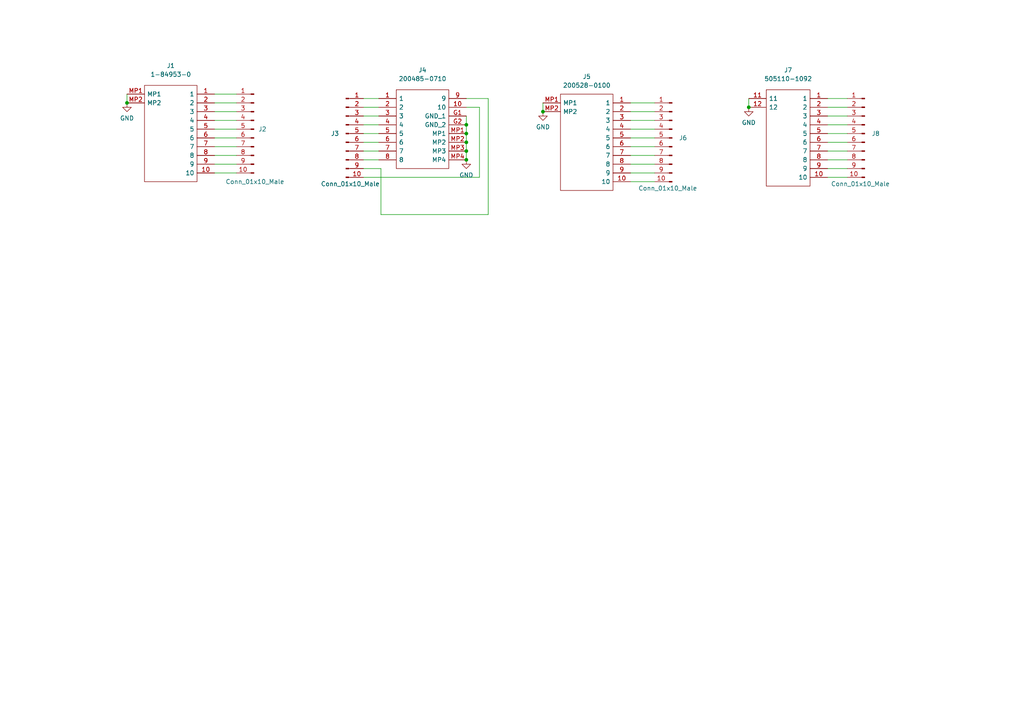
<source format=kicad_sch>
(kicad_sch (version 20211123) (generator eeschema)
  (paper "A4")
  (lib_symbols
    (symbol "Connector:Conn_01x10_Male" (pin_names (offset 1.016) hide)
      (property "Reference" "J" (at 0 12.7 0))
      (property "Value" "Conn_01x10_Male" (at 0 -15.24 0))
      (symbol "Conn_01x10_Male_1_1"
        (polyline (pts (xy 1.27 -12.7) (xy 0.8636 -12.7)) (stroke (width 0.1524)))
        (polyline (pts (xy 1.27 -10.16) (xy 0.8636 -10.16)) (stroke (width 0.1524)))
        (polyline (pts (xy 1.27 -7.62) (xy 0.8636 -7.62)) (stroke (width 0.1524)))
        (polyline (pts (xy 1.27 -5.08) (xy 0.8636 -5.08)) (stroke (width 0.1524)))
        (polyline (pts (xy 1.27 -2.54) (xy 0.8636 -2.54)) (stroke (width 0.1524)))
        (polyline (pts (xy 1.27 0) (xy 0.8636 0)) (stroke (width 0.1524)))
        (polyline (pts (xy 1.27 2.54) (xy 0.8636 2.54)) (stroke (width 0.1524)))
        (polyline (pts (xy 1.27 5.08) (xy 0.8636 5.08)) (stroke (width 0.1524)))
        (polyline (pts (xy 1.27 7.62) (xy 0.8636 7.62)) (stroke (width 0.1524)))
        (polyline (pts (xy 1.27 10.16) (xy 0.8636 10.16)) (stroke (width 0.1524)))
        (rectangle (start 0.8636 -12.573) (end 0 -12.827) (stroke (width 0.1524)) (fill (type outline)))
        (rectangle (start 0.8636 -10.033) (end 0 -10.287) (stroke (width 0.1524)) (fill (type outline)))
        (rectangle (start 0.8636 -7.493) (end 0 -7.747) (stroke (width 0.1524)) (fill (type outline)))
        (rectangle (start 0.8636 -4.953) (end 0 -5.207) (stroke (width 0.1524)) (fill (type outline)))
        (rectangle (start 0.8636 -2.413) (end 0 -2.667) (stroke (width 0.1524)) (fill (type outline)))
        (rectangle (start 0.8636 0.127) (end 0 -0.127) (stroke (width 0.1524)) (fill (type outline)))
        (rectangle (start 0.8636 2.667) (end 0 2.413) (stroke (width 0.1524)) (fill (type outline)))
        (rectangle (start 0.8636 5.207) (end 0 4.953) (stroke (width 0.1524)) (fill (type outline)))
        (rectangle (start 0.8636 7.747) (end 0 7.493) (stroke (width 0.1524)) (fill (type outline)))
        (rectangle (start 0.8636 10.287) (end 0 10.033) (stroke (width 0.1524)) (fill (type outline)))
        (pin passive line (at 5.08 10.16 180) (length 3.81) (name "Pin_1") (number "1"))
        (pin passive line (at 5.08 -12.7 180) (length 3.81) (name "Pin_10") (number "10"))
        (pin passive line (at 5.08 7.62 180) (length 3.81) (name "Pin_2") (number "2"))
        (pin passive line (at 5.08 5.08 180) (length 3.81) (name "Pin_3") (number "3"))
        (pin passive line (at 5.08 2.54 180) (length 3.81) (name "Pin_4") (number "4"))
        (pin passive line (at 5.08 0 180) (length 3.81) (name "Pin_5") (number "5"))
        (pin passive line (at 5.08 -2.54 180) (length 3.81) (name "Pin_6") (number "6"))
        (pin passive line (at 5.08 -5.08 180) (length 3.81) (name "Pin_7") (number "7"))
        (pin passive line (at 5.08 -7.62 180) (length 3.81) (name "Pin_8") (number "8"))
        (pin passive line (at 5.08 -10.16 180) (length 3.81) (name "Pin_9") (number "9"))
      )
    )
    (symbol "ffc-connectors:1-84953-0" (pin_names (offset 0.762))
      (property "Reference" "J" (at 21.59 7.62 0))
      (property "Value" "1-84953-0" (at 21.59 5.08 0))
      (symbol "1-84953-0_0_0"
        (pin passive line (at 25.4 0 180) (length 5.08) (name "1") (number "1"))
        (pin passive line (at 25.4 -22.86 180) (length 5.08) (name "10") (number "10"))
        (pin passive line (at 25.4 -2.54 180) (length 5.08) (name "2") (number "2"))
        (pin passive line (at 25.4 -5.08 180) (length 5.08) (name "3") (number "3"))
        (pin passive line (at 25.4 -7.62 180) (length 5.08) (name "4") (number "4"))
        (pin passive line (at 25.4 -10.16 180) (length 5.08) (name "5") (number "5"))
        (pin passive line (at 25.4 -12.7 180) (length 5.08) (name "6") (number "6"))
        (pin passive line (at 25.4 -15.24 180) (length 5.08) (name "7") (number "7"))
        (pin passive line (at 25.4 -17.78 180) (length 5.08) (name "8") (number "8"))
        (pin passive line (at 25.4 -20.32 180) (length 5.08) (name "9") (number "9"))
        (pin passive line (at 0 0 0) (length 5.08) (name "MP1") (number "MP1"))
        (pin passive line (at 0 -2.54 0) (length 5.08) (name "MP2") (number "MP2"))
      )
      (symbol "1-84953-0_0_1"
        (polyline (pts (xy 5.08 2.54) (xy 20.32 2.54) (xy 20.32 -25.4) (xy 5.08 -25.4) (xy 5.08 2.54)) (stroke (width 0.1524)))
      )
    )
    (symbol "ffc-connectors:200485-0710" (pin_names (offset 0.762))
      (property "Reference" "J" (at 21.59 7.62 0))
      (property "Value" "200485-0710" (at 21.59 5.08 0))
      (symbol "200485-0710_0_0"
        (pin passive line (at 0 0 0) (length 5.08) (name "1") (number "1"))
        (pin passive line (at 25.4 -2.54 180) (length 5.08) (name "10") (number "10"))
        (pin passive line (at 0 -2.54 0) (length 5.08) (name "2") (number "2"))
        (pin passive line (at 0 -5.08 0) (length 5.08) (name "3") (number "3"))
        (pin passive line (at 0 -7.62 0) (length 5.08) (name "4") (number "4"))
        (pin passive line (at 0 -10.16 0) (length 5.08) (name "5") (number "5"))
        (pin passive line (at 0 -12.7 0) (length 5.08) (name "6") (number "6"))
        (pin passive line (at 0 -15.24 0) (length 5.08) (name "7") (number "7"))
        (pin passive line (at 0 -17.78 0) (length 5.08) (name "8") (number "8"))
        (pin passive line (at 25.4 0 180) (length 5.08) (name "9") (number "9"))
        (pin passive line (at 25.4 -5.08 180) (length 5.08) (name "GND_1") (number "G1"))
        (pin passive line (at 25.4 -7.62 180) (length 5.08) (name "GND_2") (number "G2"))
        (pin passive line (at 25.4 -10.16 180) (length 5.08) (name "MP1") (number "MP1"))
        (pin passive line (at 25.4 -12.7 180) (length 5.08) (name "MP2") (number "MP2"))
        (pin passive line (at 25.4 -15.24 180) (length 5.08) (name "MP3") (number "MP3"))
        (pin passive line (at 25.4 -17.78 180) (length 5.08) (name "MP4") (number "MP4"))
      )
      (symbol "200485-0710_0_1"
        (polyline (pts (xy 5.08 2.54) (xy 20.32 2.54) (xy 20.32 -20.32) (xy 5.08 -20.32) (xy 5.08 2.54)) (stroke (width 0.1524)))
      )
    )
    (symbol "ffc-connectors:200528-0100" (pin_names (offset 0.762))
      (property "Reference" "J" (at 21.59 7.62 0))
      (property "Value" "200528-0100" (at 21.59 5.08 0))
      (symbol "200528-0100_0_0"
        (pin passive line (at 25.4 0 180) (length 5.08) (name "1") (number "1"))
        (pin passive line (at 25.4 -22.86 180) (length 5.08) (name "10") (number "10"))
        (pin passive line (at 25.4 -2.54 180) (length 5.08) (name "2") (number "2"))
        (pin passive line (at 25.4 -5.08 180) (length 5.08) (name "3") (number "3"))
        (pin passive line (at 25.4 -7.62 180) (length 5.08) (name "4") (number "4"))
        (pin passive line (at 25.4 -10.16 180) (length 5.08) (name "5") (number "5"))
        (pin passive line (at 25.4 -12.7 180) (length 5.08) (name "6") (number "6"))
        (pin passive line (at 25.4 -15.24 180) (length 5.08) (name "7") (number "7"))
        (pin passive line (at 25.4 -17.78 180) (length 5.08) (name "8") (number "8"))
        (pin passive line (at 25.4 -20.32 180) (length 5.08) (name "9") (number "9"))
        (pin passive line (at 0 0 0) (length 5.08) (name "MP1") (number "MP1"))
        (pin passive line (at 0 -2.54 0) (length 5.08) (name "MP2") (number "MP2"))
      )
      (symbol "200528-0100_0_1"
        (polyline (pts (xy 5.08 2.54) (xy 20.32 2.54) (xy 20.32 -25.4) (xy 5.08 -25.4) (xy 5.08 2.54)) (stroke (width 0.1524)))
      )
    )
    (symbol "ffc-connectors:505110-1092" (pin_names (offset 0.762))
      (property "Reference" "J" (at 19.05 7.62 0))
      (property "Value" "505110-1092" (at 19.05 5.08 0))
      (symbol "505110-1092_0_0"
        (pin passive line (at 22.86 0 180) (length 5.08) (name "1") (number "1"))
        (pin passive line (at 22.86 -22.86 180) (length 5.08) (name "10") (number "10"))
        (pin passive line (at 0 0 0) (length 5.08) (name "11") (number "11"))
        (pin passive line (at 0 -2.54 0) (length 5.08) (name "12") (number "12"))
        (pin passive line (at 22.86 -2.54 180) (length 5.08) (name "2") (number "2"))
        (pin passive line (at 22.86 -5.08 180) (length 5.08) (name "3") (number "3"))
        (pin passive line (at 22.86 -7.62 180) (length 5.08) (name "4") (number "4"))
        (pin passive line (at 22.86 -10.16 180) (length 5.08) (name "5") (number "5"))
        (pin passive line (at 22.86 -12.7 180) (length 5.08) (name "6") (number "6"))
        (pin passive line (at 22.86 -15.24 180) (length 5.08) (name "7") (number "7"))
        (pin passive line (at 22.86 -17.78 180) (length 5.08) (name "8") (number "8"))
        (pin passive line (at 22.86 -20.32 180) (length 5.08) (name "9") (number "9"))
      )
      (symbol "505110-1092_0_1"
        (polyline (pts (xy 5.08 2.54) (xy 17.78 2.54) (xy 17.78 -25.4) (xy 5.08 -25.4) (xy 5.08 2.54)) (stroke (width 0.1524)))
      )
    )
    (symbol "power:GND" (power) (pin_names (offset 0))
      (property "Value" "GND" (at 0 -3.81 0))
      (symbol "GND_0_1"
        (polyline (pts (xy 0 0) (xy 0 -1.27) (xy 1.27 -1.27) (xy 0 -2.54) (xy -1.27 -1.27) (xy 0 -1.27)))
      )
      (symbol "GND_1_1"
        (pin power_in line (at 0 0 270) (length 0) hide (name "GND") (number "1"))
      )
    )
  )
  (junction (at 36.83 29.845))
  (junction (at 157.48 32.385))
  (junction (at 135.255 36.195))
  (junction (at 135.255 41.275))
  (junction (at 217.17 31.115))
  (junction (at 135.255 43.815))
  (junction (at 135.255 46.355))
  (junction (at 135.255 38.735))
  (wire (pts (xy 240.03 38.735) (xy 245.745 38.735)))
  (wire (pts (xy 105.41 31.115) (xy 109.855 31.115)))
  (wire (pts (xy 135.255 28.575) (xy 141.605 28.575)))
  (wire (pts (xy 189.865 45.085) (xy 182.88 45.085)))
  (wire (pts (xy 240.03 43.815) (xy 245.745 43.815)))
  (wire (pts (xy 68.58 45.085) (xy 62.23 45.085)))
  (wire (pts (xy 245.745 31.115) (xy 240.03 31.115)))
  (wire (pts (xy 105.41 38.735) (xy 109.855 38.735)))
  (wire (pts (xy 36.83 27.305) (xy 36.83 29.845)))
  (wire (pts (xy 68.58 29.845) (xy 62.23 29.845)))
  (wire (pts (xy 189.865 40.005) (xy 182.88 40.005)))
  (wire (pts (xy 245.745 46.355) (xy 240.03 46.355)))
  (wire (pts (xy 68.58 50.165) (xy 62.23 50.165)))
  (wire (pts (xy 139.065 31.115) (xy 135.255 31.115)))
  (wire (pts (xy 182.88 32.385) (xy 189.865 32.385)))
  (wire (pts (xy 110.49 48.895) (xy 110.49 62.23)))
  (wire (pts (xy 245.745 51.435) (xy 240.03 51.435)))
  (wire (pts (xy 240.03 48.895) (xy 245.745 48.895)))
  (wire (pts (xy 68.58 32.385) (xy 62.23 32.385)))
  (wire (pts (xy 105.41 46.355) (xy 109.855 46.355)))
  (wire (pts (xy 135.255 41.275) (xy 135.255 43.815)))
  (wire (pts (xy 245.745 41.275) (xy 240.03 41.275)))
  (wire (pts (xy 105.41 41.275) (xy 109.855 41.275)))
  (wire (pts (xy 245.745 36.195) (xy 240.03 36.195)))
  (wire (pts (xy 240.03 28.575) (xy 245.745 28.575)))
  (wire (pts (xy 105.41 48.895) (xy 110.49 48.895)))
  (wire (pts (xy 105.41 43.815) (xy 109.855 43.815)))
  (wire (pts (xy 182.88 52.705) (xy 189.865 52.705)))
  (wire (pts (xy 157.48 29.845) (xy 157.48 32.385)))
  (wire (pts (xy 182.88 37.465) (xy 189.865 37.465)))
  (wire (pts (xy 139.065 51.435) (xy 139.065 31.115)))
  (wire (pts (xy 68.58 40.005) (xy 62.23 40.005)))
  (wire (pts (xy 109.855 28.575) (xy 105.41 28.575)))
  (wire (pts (xy 68.58 47.625) (xy 62.23 47.625)))
  (wire (pts (xy 189.865 34.925) (xy 182.88 34.925)))
  (wire (pts (xy 68.58 37.465) (xy 62.23 37.465)))
  (wire (pts (xy 141.605 28.575) (xy 141.605 62.23)))
  (wire (pts (xy 110.49 62.23) (xy 141.605 62.23)))
  (wire (pts (xy 105.41 33.655) (xy 109.855 33.655)))
  (wire (pts (xy 105.41 36.195) (xy 109.855 36.195)))
  (wire (pts (xy 68.58 27.305) (xy 62.23 27.305)))
  (wire (pts (xy 135.255 43.815) (xy 135.255 46.355)))
  (wire (pts (xy 182.88 47.625) (xy 189.865 47.625)))
  (wire (pts (xy 189.865 50.165) (xy 182.88 50.165)))
  (wire (pts (xy 105.41 51.435) (xy 139.065 51.435)))
  (wire (pts (xy 189.865 29.845) (xy 182.88 29.845)))
  (wire (pts (xy 135.255 36.195) (xy 135.255 38.735)))
  (wire (pts (xy 182.88 42.545) (xy 189.865 42.545)))
  (wire (pts (xy 135.255 38.735) (xy 135.255 41.275)))
  (wire (pts (xy 135.255 33.655) (xy 135.255 36.195)))
  (wire (pts (xy 68.58 34.925) (xy 62.23 34.925)))
  (wire (pts (xy 240.03 33.655) (xy 245.745 33.655)))
  (wire (pts (xy 68.58 42.545) (xy 62.23 42.545)))
  (wire (pts (xy 217.17 28.575) (xy 217.17 31.115)))
  (symbol (lib_id "power:GND") (at 135.255 46.355 0) (unit 1)
    (property "Reference" "#PWR02" (effects hide))
    (property "Value" "GND" (at 135.255 50.8 0))
  )
  (symbol (lib_id "ffc-connectors:505110-1092") (at 217.17 28.575 0) (unit 1)
    (property "Reference" "J7" (at 228.6 20.32 0))
    (property "Value" "505110-1092" (at 228.6 22.86 0))
    (property "Footprint" "5051101092" (effects hide))
    (property "Datasheet" "https://www.molex.com/webdocs/datasheets/pdf/en-us/5051101092_FFC_FPC_CONNECTORS.pdf" (effects hide))
    (property "Description" "Molex Easy-On Series 0.5mm Pitch 10 Way Right Angle SMT Male FPC Connector, ZIF Bottom Contact" (effects hide))
    (property "Height" "0" (effects hide))
    (property "Mouser Part Number" "538-505110-1092" (effects hide))
    (property "Mouser Price/Stock" "https://www.mouser.co.uk/ProductDetail/Molex/505110-1092?qs=BA62vJVifGrjJfo6A8tlOw%3D%3D" (effects hide))
    (property "Manufacturer_Name" "Molex" (effects hide))
    (property "Manufacturer_Part_Number" "505110-1092" (effects hide))
  )
  (symbol (lib_id "Connector:Conn_01x10_Male") (at 194.945 40.005 0) (mirror y) (unit 1)
    (property "Reference" "J6" (at 198.12 40.005 0))
    (property "Value" "Conn_01x10_Male" (at 193.675 54.61 0))
  )
  (symbol (lib_id "power:GND") (at 157.48 32.385 0) (unit 1)
    (property "Reference" "#PWR?" (effects hide))
    (property "Value" "GND" (at 157.48 36.83 0))
  )
  (symbol (lib_id "ffc-connectors:200528-0100") (at 157.48 29.845 0) (unit 1)
    (property "Reference" "J5" (at 170.18 22.225 0))
    (property "Value" "200528-0100" (at 170.18 24.765 0))
    (property "Footprint" "2005280100" (effects hide))
    (property "Datasheet" "https://www.molex.com/pdm_docs/sd/2005280100_sd.pdf" (effects hide))
    (property "Description" "10 Position FFC, FPC Connector Contacts, Bottom 0.039\" (1.00mm) Surface Mount, Right Angle 1.0 FPC ZIF BTM CONT EMBT PKG 10" (effects hide))
    (property "Height" "2.1" (effects hide))
    (property "Mouser Part Number" "538-200528-0100" (effects hide))
    (property "Mouser Price/Stock" "https://www.mouser.co.uk/ProductDetail/Molex/200528-0100?qs=0lSvoLzn4L%2F78iVrqdBtRg%3D%3D" (effects hide))
    (property "Manufacturer_Name" "Molex" (effects hide))
    (property "Manufacturer_Part_Number" "200528-0100" (effects hide))
  )
  (symbol (lib_id "Connector:Conn_01x10_Male") (at 100.33 38.735 0) (unit 1)
    (property "Reference" "J3" (at 97.155 38.735 0))
    (property "Value" "Conn_01x10_Male" (at 101.6 53.34 0))
  )
  (symbol (lib_id "ffc-connectors:1-84953-0") (at 36.83 27.305 0) (unit 1)
    (property "Reference" "J1" (at 49.53 19.05 0))
    (property "Value" "1-84953-0" (at 49.53 21.59 0))
    (property "Footprint" "1849530" (effects hide))
    (property "Datasheet" "https://www.te.com/commerce/DocumentDelivery/DDEController?Action=showdoc&DocId=Customer+Drawing%7F84953%7FA3%7Fpdf%7FEnglish%7FENG_CD_84953_A3.pdf%7F1-84953-5" (effects hide))
    (property "Description" "10 way r/a top FFC SMT connector,1mm" (effects hide))
    (property "Height" "2.74" (effects hide))
    (property "Mouser Part Number" "571-1-84953-0" (effects hide))
    (property "Mouser Price/Stock" "https://www.mouser.co.uk/ProductDetail/TE-Connectivity/1-84953-0?qs=uUkeXfjQ8uROgNfgw1lrfw%3D%3D" (effects hide))
    (property "Manufacturer_Name" "TE Connectivity" (effects hide))
    (property "Manufacturer_Part_Number" "1-84953-0" (effects hide))
  )
  (symbol (lib_id "Connector:Conn_01x10_Male") (at 250.825 38.735 0) (mirror y) (unit 1)
    (property "Reference" "J8" (at 254 38.735 0))
    (property "Value" "Conn_01x10_Male" (at 249.555 53.34 0))
  )
  (symbol (lib_id "Connector:Conn_01x10_Male") (at 73.66 37.465 0) (mirror y) (unit 1)
    (property "Reference" "J2" (at 74.93 37.4649 0) (effects (justify right)))
    (property "Value" "Conn_01x10_Male" (at 65.405 52.705 0) (effects (justify right)))
  )
  (symbol (lib_id "power:GND") (at 36.83 29.845 0) (unit 1)
    (property "Reference" "#PWR01" (effects hide))
    (property "Value" "GND" (at 36.83 34.29 0))
  )
  (symbol (lib_id "power:GND") (at 217.17 31.115 0) (unit 1)
    (property "Reference" "#PWR?" (effects hide))
    (property "Value" "GND" (at 217.17 35.56 0))
  )
  (symbol (lib_id "ffc-connectors:200485-0710") (at 109.855 28.575 0) (unit 1)
    (property "Reference" "J4" (at 122.555 20.32 0))
    (property "Value" "200485-0710" (at 122.555 22.86 0))
    (property "Footprint" "2004850710" (effects hide))
    (property "Datasheet" "https://www.molex.com/pdm_docs/sd/2004850710_sd.pdf" (effects hide))
    (property "Description" "FFC & FPC Connectors .50mm Easy-On One TouchST 10Ckt GND" (effects hide))
    (property "Height" "5.7" (effects hide))
    (property "Manufacturer_Name" "Molex" (effects hide))
    (property "Manufacturer_Part_Number" "200485-0710" (effects hide))
    (property "Mouser Part Number" "538-200485-0710" (effects hide))
    (property "Mouser Price/Stock" "https://www.mouser.co.uk/ProductDetail/Molex/200485-0710?qs=81r%252BiQLm7BTVhoZMpMfD8A%3D%3D" (effects hide))
  )
)
</source>
